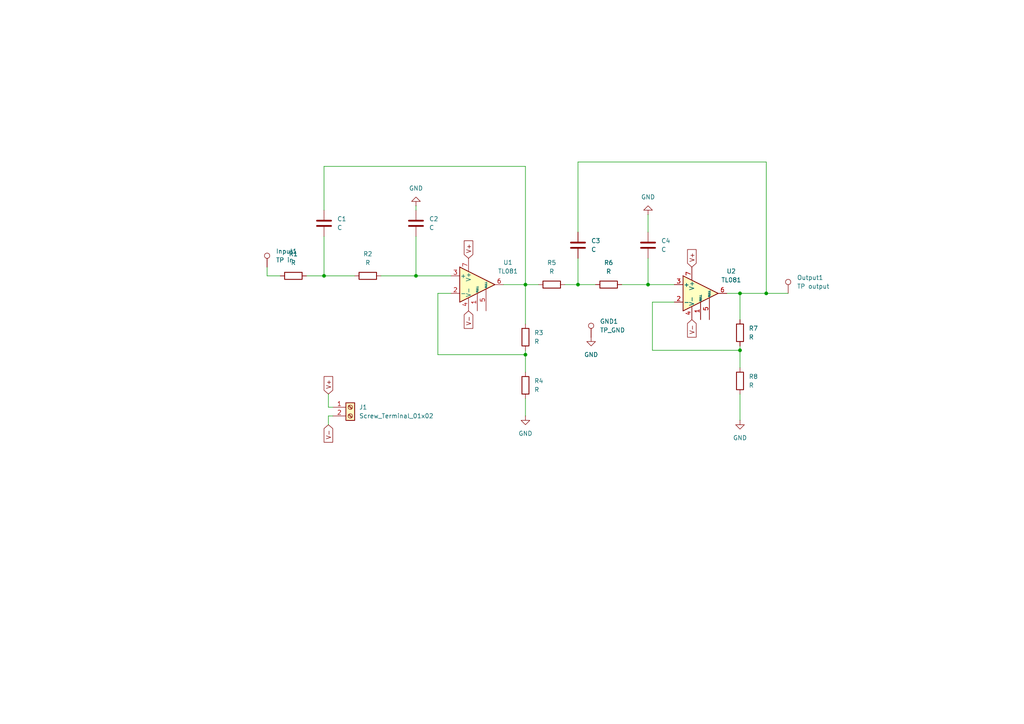
<source format=kicad_sch>
(kicad_sch (version 20250114) (generator "eeschema") (generator_version "9.0")
  (paper "A4")
  (lib_symbols
    (symbol "Amplifier_Operational:TL081" (pin_names (offset 0.127))
      (property "Reference" "U" (at 0 6.35 0))
      (property "Value" "TL081" (at 0 3.81 0))
      (symbol "TL081_0_1"
        (polyline (pts (xy -5.08 5.08) (xy 5.08 0) (xy -5.08 -5.08) (xy -5.08 5.08)) (stroke (width 0.254)) (fill (type background)))
      )
      (symbol "TL081_1_1"
        (pin input line (at -7.62 2.54 0) (length 2.54) (name "+") (number "3"))
        (pin input line (at -7.62 -2.54 0) (length 2.54) (name "-") (number "2"))
        (pin power_in line (at -2.54 7.62 270) (length 3.81) (name "V+") (number "7"))
        (pin power_in line (at -2.54 -7.62 90) (length 3.81) (name "V-") (number "4"))
        (pin no_connect line (at 0 2.54 270) (length 2.54) (hide yes) (name "NC") (number "8"))
        (pin input line (at 0 -7.62 90) (length 5.08) (name "NULL") (number "1"))
        (pin input line (at 2.54 -7.62 90) (length 6.35) (name "NULL") (number "5"))
        (pin output line (at 7.62 0 180) (length 2.54) (name "~") (number "6"))
      )
    )
    (symbol "Connector:Screw_Terminal_01x02" (pin_names (offset 1.016) (hide yes))
      (property "Reference" "J" (at 0 2.54 0))
      (property "Value" "Screw_Terminal_01x02" (at 0 -5.08 0))
      (symbol "Screw_Terminal_01x02_1_1"
        (rectangle (start -1.27 1.27) (end 1.27 -3.81) (stroke (width 0.254)) (fill (type background)))
        (polyline (pts (xy -0.5334 0.3302) (xy 0.3302 -0.508)) (stroke (width 0.1524)))
        (polyline (pts (xy -0.5334 -2.2098) (xy 0.3302 -3.048)) (stroke (width 0.1524)))
        (polyline (pts (xy -0.3556 0.508) (xy 0.508 -0.3302)) (stroke (width 0.1524)))
        (polyline (pts (xy -0.3556 -2.032) (xy 0.508 -2.8702)) (stroke (width 0.1524)))
        (circle (center 0 0) (radius 0.635) (stroke (width 0.1524)))
        (circle (center 0 -2.54) (radius 0.635) (stroke (width 0.1524)))
        (pin passive line (at -5.08 0 0) (length 3.81) (name "Pin_1") (number "1"))
        (pin passive line (at -5.08 -2.54 0) (length 3.81) (name "Pin_2") (number "2"))
      )
    )
    (symbol "Connector:TestPoint" (pin_numbers (hide yes)) (pin_names (offset 0.762) (hide yes))
      (property "Reference" "TP" (at 0 6.858 0))
      (property "Value" "TestPoint" (at 0 5.08 0))
      (symbol "TestPoint_0_1"
        (circle (center 0 3.302) (radius 0.762))
      )
      (symbol "TestPoint_1_1"
        (pin passive line (at 0 0 90) (length 2.54) (name "1") (number "1"))
      )
    )
    (symbol "Device:C" (pin_numbers (hide yes)) (pin_names (offset 0.254))
      (property "Reference" "C" (at 0.635 2.54 0))
      (property "Value" "C" (at 0.635 -2.54 0))
      (symbol "C_0_1"
        (polyline (pts (xy -2.032 0.762) (xy 2.032 0.762)) (stroke (width 0.508)))
        (polyline (pts (xy -2.032 -0.762) (xy 2.032 -0.762)) (stroke (width 0.508)))
      )
      (symbol "C_1_1"
        (pin passive line (at 0 3.81 270) (length 2.794) (name "~") (number "1"))
        (pin passive line (at 0 -3.81 90) (length 2.794) (name "~") (number "2"))
      )
    )
    (symbol "Device:R" (pin_numbers (hide yes)) (pin_names (offset 0))
      (property "Reference" "R" (at 2.032 0 90))
      (property "Value" "R" (at 0 0 90))
      (symbol "R_0_1"
        (rectangle (start -1.016 -2.54) (end 1.016 2.54) (stroke (width 0.254)))
      )
      (symbol "R_1_1"
        (pin passive line (at 0 3.81 270) (length 1.27) (name "~") (number "1"))
        (pin passive line (at 0 -3.81 90) (length 1.27) (name "~") (number "2"))
      )
    )
    (symbol "power:GND" (power) (pin_numbers (hide yes)) (pin_names (offset 0) (hide yes))
      (property "Value" "GND" (at 0 -3.81 0))
      (symbol "GND_0_1"
        (polyline (pts (xy 0 0) (xy 0 -1.27) (xy 1.27 -1.27) (xy 0 -2.54) (xy -1.27 -1.27) (xy 0 -1.27)))
      )
      (symbol "GND_1_1"
        (pin power_in line (at 0 0 270) (length 0) (name "~") (number "1"))
      )
    )
  )
  (junction (at 120.65 80.01))
  (junction (at 93.98 80.01))
  (junction (at 152.4 82.55))
  (junction (at 187.96 82.55))
  (junction (at 222.25 85.09))
  (junction (at 214.63 101.6))
  (junction (at 152.4 102.87))
  (junction (at 167.64 82.55))
  (junction (at 214.63 85.09))
  (wire (pts (xy 195.58 87.63) (xy 189.23 87.63)))
  (wire (pts (xy 93.98 48.26) (xy 152.4 48.26)))
  (wire (pts (xy 189.23 87.63) (xy 189.23 101.6)))
  (wire (pts (xy 152.4 82.55) (xy 156.21 82.55)))
  (wire (pts (xy 77.47 80.01) (xy 77.47 77.47)))
  (wire (pts (xy 228.6 85.09) (xy 222.25 85.09)))
  (wire (pts (xy 120.65 68.58) (xy 120.65 80.01)))
  (wire (pts (xy 214.63 101.6) (xy 214.63 106.68)))
  (wire (pts (xy 214.63 100.33) (xy 214.63 101.6)))
  (wire (pts (xy 187.96 82.55) (xy 195.58 82.55)))
  (wire (pts (xy 110.49 80.01) (xy 120.65 80.01)))
  (wire (pts (xy 96.52 118.11) (xy 95.25 118.11)))
  (wire (pts (xy 95.25 114.3) (xy 95.25 118.11)))
  (wire (pts (xy 167.64 74.93) (xy 167.64 82.55)))
  (wire (pts (xy 93.98 68.58) (xy 93.98 80.01)))
  (wire (pts (xy 96.52 120.65) (xy 95.25 120.65)))
  (wire (pts (xy 130.81 85.09) (xy 127 85.09)))
  (wire (pts (xy 146.05 82.55) (xy 152.4 82.55)))
  (wire (pts (xy 95.25 120.65) (xy 95.25 123.19)))
  (wire (pts (xy 120.65 59.69) (xy 120.65 60.96)))
  (wire (pts (xy 93.98 80.01) (xy 102.87 80.01)))
  (wire (pts (xy 189.23 101.6) (xy 214.63 101.6)))
  (wire (pts (xy 167.64 82.55) (xy 172.72 82.55)))
  (wire (pts (xy 127 102.87) (xy 152.4 102.87)))
  (wire (pts (xy 88.9 80.01) (xy 93.98 80.01)))
  (wire (pts (xy 187.96 62.23) (xy 187.96 67.31)))
  (wire (pts (xy 127 85.09) (xy 127 102.87)))
  (wire (pts (xy 222.25 46.99) (xy 222.25 85.09)))
  (wire (pts (xy 81.28 80.01) (xy 77.47 80.01)))
  (wire (pts (xy 214.63 85.09) (xy 214.63 92.71)))
  (wire (pts (xy 152.4 101.6) (xy 152.4 102.87)))
  (wire (pts (xy 163.83 82.55) (xy 167.64 82.55)))
  (wire (pts (xy 152.4 48.26) (xy 152.4 82.55)))
  (wire (pts (xy 180.34 82.55) (xy 187.96 82.55)))
  (wire (pts (xy 187.96 74.93) (xy 187.96 82.55)))
  (wire (pts (xy 120.65 80.01) (xy 130.81 80.01)))
  (wire (pts (xy 214.63 114.3) (xy 214.63 121.92)))
  (wire (pts (xy 167.64 67.31) (xy 167.64 46.99)))
  (wire (pts (xy 93.98 60.96) (xy 93.98 48.26)))
  (wire (pts (xy 152.4 82.55) (xy 152.4 93.98)))
  (wire (pts (xy 152.4 102.87) (xy 152.4 107.95)))
  (wire (pts (xy 167.64 46.99) (xy 222.25 46.99)))
  (wire (pts (xy 152.4 115.57) (xy 152.4 120.65)))
  (wire (pts (xy 222.25 85.09) (xy 214.63 85.09)))
  (wire (pts (xy 214.63 85.09) (xy 210.82 85.09)))
  (global_label "V+" (shape input) (at 135.89 74.93 90) (property "Intersheetrefs" "${INTERSHEET_REFS}" (effects (hide yes))))
  (global_label "V+" (shape input) (at 95.25 114.3 90) (property "Intersheetrefs" "${INTERSHEET_REFS}" (effects (hide yes))))
  (global_label "V-" (shape input) (at 200.66 92.71 270) (property "Intersheetrefs" "${INTERSHEET_REFS}" (effects (hide yes))))
  (global_label "V-" (shape input) (at 135.89 90.17 270) (property "Intersheetrefs" "${INTERSHEET_REFS}" (effects (hide yes))))
  (global_label "V+" (shape input) (at 200.66 77.47 90) (property "Intersheetrefs" "${INTERSHEET_REFS}" (effects (hide yes))))
  (global_label "V-" (shape input) (at 95.25 123.19 270) (property "Intersheetrefs" "${INTERSHEET_REFS}" (effects (hide yes))))
  (symbol (lib_id "Amplifier_Operational:TL081") (at 138.43 82.55 0) (unit 1)
    (property "Reference" "U1" (at 147.32 76.1298 0))
    (property "Value" "TL081" (at 147.32 78.6698 0))
    (property "Footprint" "Package_DIP:DIP-8_W7.62mm_Socket" (effects (hide yes)))
    (property "Datasheet" "http://www.ti.com/lit/ds/symlink/tl081.pdf" (effects (hide yes)))
    (property "Description" "Single JFET-Input Operational Amplifiers, DIP-8/SOIC-8" (effects (hide yes)))
  )
  (symbol (lib_id "Device:R") (at 152.4 97.79 0) (unit 1)
    (property "Reference" "R3" (at 154.94 96.5199 0) (effects (justify left)))
    (property "Value" "R" (at 154.94 99.0599 0) (effects (justify left)))
    (property "Footprint" "Resistor_THT:R_Axial_DIN0207_L6.3mm_D2.5mm_P7.62mm_Horizontal" (effects (hide yes)))
    (property "Description" "Resistor" (effects (hide yes)))
  )
  (symbol (lib_id "Amplifier_Operational:TL081") (at 203.2 85.09 0) (unit 1)
    (property "Reference" "U2" (at 212.09 78.6698 0))
    (property "Value" "TL081" (at 212.09 81.2098 0))
    (property "Footprint" "Package_DIP:DIP-8_W7.62mm_Socket" (effects (hide yes)))
    (property "Datasheet" "http://www.ti.com/lit/ds/symlink/tl081.pdf" (effects (hide yes)))
    (property "Description" "Single JFET-Input Operational Amplifiers, DIP-8/SOIC-8" (effects (hide yes)))
  )
  (symbol (lib_id "power:GND") (at 187.96 62.23 180) (unit 1)
    (property "Reference" "#PWR04" (effects (hide yes)))
    (property "Value" "GND" (at 187.96 57.15 0))
    (property "Description" "Power symbol creates a global label with name \"GND\" , ground" (effects (hide yes)))
  )
  (symbol (lib_id "Device:R") (at 85.09 80.01 90) (unit 1)
    (property "Reference" "R1" (at 85.09 73.66 90))
    (property "Value" "R" (at 85.09 76.2 90))
    (property "Footprint" "Resistor_THT:R_Axial_DIN0207_L6.3mm_D2.5mm_P7.62mm_Horizontal" (effects (hide yes)))
    (property "Description" "Resistor" (effects (hide yes)))
  )
  (symbol (lib_id "Connector:TestPoint") (at 77.47 77.47 0) (unit 1)
    (property "Reference" "Input1" (at 80.01 72.8979 0) (effects (justify left)))
    (property "Value" "TP in" (at 80.01 75.4379 0) (effects (justify left)))
    (property "Footprint" "Connector_Pin:Pin_D1.3mm_L11.0mm" (effects (hide yes)))
    (property "Description" "test point" (effects (hide yes)))
  )
  (symbol (lib_id "power:GND") (at 152.4 120.65 0) (unit 1)
    (property "Reference" "#PWR02" (effects (hide yes)))
    (property "Value" "GND" (at 152.4 125.73 0))
    (property "Description" "Power symbol creates a global label with name \"GND\" , ground" (effects (hide yes)))
  )
  (symbol (lib_id "Device:C") (at 167.64 71.12 0) (unit 1)
    (property "Reference" "C3" (at 171.45 69.8499 0) (effects (justify left)))
    (property "Value" "C" (at 171.45 72.3899 0) (effects (justify left)))
    (property "Footprint" "Capacitor_THT:C_Disc_D5.0mm_W2.5mm_P2.50mm" (effects (hide yes)))
    (property "Description" "Unpolarized capacitor" (effects (hide yes)))
  )
  (symbol (lib_id "power:GND") (at 171.45 97.79 0) (unit 1)
    (property "Reference" "#PWR03" (effects (hide yes)))
    (property "Value" "GND" (at 171.45 102.87 0))
    (property "Description" "Power symbol creates a global label with name \"GND\" , ground" (effects (hide yes)))
  )
  (symbol (lib_id "Connector:Screw_Terminal_01x02") (at 101.6 118.11 0) (unit 1)
    (property "Reference" "J1" (at 104.14 118.1099 0) (effects (justify left)))
    (property "Value" "Screw_Terminal_01x02" (at 104.14 120.6499 0) (effects (justify left)))
    (property "Footprint" "TerminalBlock_MetzConnect:TerminalBlock_MetzConnect_Type059_RT06302HBWC_1x02_P3.50mm_Horizontal" (effects (hide yes)))
    (property "Description" "Generic screw terminal, single row, 01x02, script generated (kicad-library-utils/schlib/autogen/connector/)" (effects (hide yes)))
  )
  (symbol (lib_id "Device:R") (at 214.63 110.49 0) (unit 1)
    (property "Reference" "R8" (at 217.17 109.2199 0) (effects (justify left)))
    (property "Value" "R" (at 217.17 111.7599 0) (effects (justify left)))
    (property "Footprint" "Resistor_THT:R_Axial_DIN0207_L6.3mm_D2.5mm_P7.62mm_Horizontal" (effects (hide yes)))
    (property "Description" "Resistor" (effects (hide yes)))
  )
  (symbol (lib_id "Connector:TestPoint") (at 228.6 85.09 0) (unit 1)
    (property "Reference" "Output1" (at 231.14 80.5179 0) (effects (justify left)))
    (property "Value" "TP output" (at 231.14 83.0579 0) (effects (justify left)))
    (property "Footprint" "Connector_Pin:Pin_D1.3mm_L11.0mm" (effects (hide yes)))
    (property "Description" "test point" (effects (hide yes)))
  )
  (symbol (lib_id "Device:R") (at 160.02 82.55 90) (unit 1)
    (property "Reference" "R5" (at 160.02 76.2 90))
    (property "Value" "R" (at 160.02 78.74 90))
    (property "Footprint" "Resistor_THT:R_Axial_DIN0207_L6.3mm_D2.5mm_P7.62mm_Horizontal" (effects (hide yes)))
    (property "Description" "Resistor" (effects (hide yes)))
  )
  (symbol (lib_id "Device:R") (at 106.68 80.01 90) (unit 1)
    (property "Reference" "R2" (at 106.68 73.66 90))
    (property "Value" "R" (at 106.68 76.2 90))
    (property "Footprint" "Resistor_THT:R_Axial_DIN0207_L6.3mm_D2.5mm_P7.62mm_Horizontal" (effects (hide yes)))
    (property "Description" "Resistor" (effects (hide yes)))
  )
  (symbol (lib_id "Device:C") (at 93.98 64.77 0) (unit 1)
    (property "Reference" "C1" (at 97.79 63.4999 0) (effects (justify left)))
    (property "Value" "C" (at 97.79 66.0399 0) (effects (justify left)))
    (property "Footprint" "Capacitor_THT:C_Disc_D5.0mm_W2.5mm_P2.50mm" (effects (hide yes)))
    (property "Description" "Unpolarized capacitor" (effects (hide yes)))
  )
  (symbol (lib_id "Connector:TestPoint") (at 171.45 97.79 0) (unit 1)
    (property "Reference" "GND1" (at 173.99 93.2179 0) (effects (justify left)))
    (property "Value" "TP_GND" (at 173.99 95.7579 0) (effects (justify left)))
    (property "Footprint" "Connector_Pin:Pin_D1.3mm_L11.0mm" (effects (hide yes)))
    (property "Description" "test point" (effects (hide yes)))
  )
  (symbol (lib_id "Device:C") (at 120.65 64.77 0) (unit 1)
    (property "Reference" "C2" (at 124.46 63.4999 0) (effects (justify left)))
    (property "Value" "C" (at 124.46 66.0399 0) (effects (justify left)))
    (property "Footprint" "Capacitor_THT:C_Disc_D5.0mm_W2.5mm_P2.50mm" (effects (hide yes)))
    (property "Description" "Unpolarized capacitor" (effects (hide yes)))
  )
  (symbol (lib_id "Device:R") (at 152.4 111.76 0) (unit 1)
    (property "Reference" "R4" (at 154.94 110.4899 0) (effects (justify left)))
    (property "Value" "R" (at 154.94 113.0299 0) (effects (justify left)))
    (property "Footprint" "Resistor_THT:R_Axial_DIN0207_L6.3mm_D2.5mm_P7.62mm_Horizontal" (effects (hide yes)))
    (property "Description" "Resistor" (effects (hide yes)))
  )
  (symbol (lib_id "power:GND") (at 120.65 59.69 180) (unit 1)
    (property "Reference" "#PWR01" (effects (hide yes)))
    (property "Value" "GND" (at 120.65 54.61 0))
    (property "Description" "Power symbol creates a global label with name \"GND\" , ground" (effects (hide yes)))
  )
  (symbol (lib_id "power:GND") (at 214.63 121.92 0) (unit 1)
    (property "Reference" "#PWR05" (effects (hide yes)))
    (property "Value" "GND" (at 214.63 127 0))
    (property "Description" "Power symbol creates a global label with name \"GND\" , ground" (effects (hide yes)))
  )
  (symbol (lib_id "Device:R") (at 176.53 82.55 90) (unit 1)
    (property "Reference" "R6" (at 176.53 76.2 90))
    (property "Value" "R" (at 176.53 78.74 90))
    (property "Footprint" "Resistor_THT:R_Axial_DIN0207_L6.3mm_D2.5mm_P7.62mm_Horizontal" (effects (hide yes)))
    (property "Description" "Resistor" (effects (hide yes)))
  )
  (symbol (lib_id "Device:C") (at 187.96 71.12 0) (unit 1)
    (property "Reference" "C4" (at 191.77 69.8499 0) (effects (justify left)))
    (property "Value" "C" (at 191.77 72.3899 0) (effects (justify left)))
    (property "Footprint" "Capacitor_THT:C_Disc_D5.0mm_W2.5mm_P2.50mm" (effects (hide yes)))
    (property "Description" "Unpolarized capacitor" (effects (hide yes)))
  )
  (symbol (lib_id "Device:R") (at 214.63 96.52 0) (unit 1)
    (property "Reference" "R7" (at 217.17 95.2499 0) (effects (justify left)))
    (property "Value" "R" (at 217.17 97.7899 0) (effects (justify left)))
    (property "Footprint" "Resistor_THT:R_Axial_DIN0207_L6.3mm_D2.5mm_P7.62mm_Horizontal" (effects (hide yes)))
    (property "Description" "Resistor" (effects (hide yes)))
  )
)
</source>
